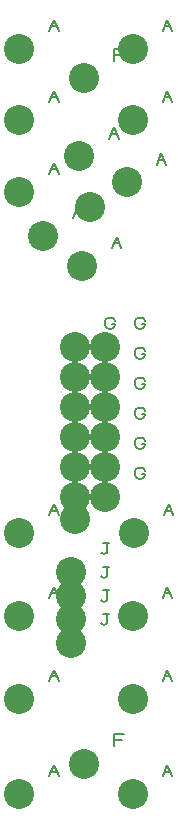
<source format=gbr>
G04 DesignSpark PCB PRO Gerber Version 10.0 Build 5299*
G04 #@! TF.Part,Single*
G04 #@! TF.FileFunction,Drillmap*
G04 #@! TF.FilePolarity,Positive*
%FSLAX35Y35*%
%MOIN*%
%ADD106C,0.00500*%
G04 #@! TA.AperFunction,ViaPad*
%ADD105C,0.10000*%
G04 #@! TD.AperFunction*
X0Y0D02*
D02*
D105*
X25841Y13636D03*
Y45526D03*
Y73085D03*
Y100644D03*
Y214423D03*
Y238439D03*
Y262061D03*
X33715Y199856D03*
X43163Y64030D03*
Y71904D03*
Y79778D03*
Y87652D03*
X44344Y105368D03*
X44581Y112848D03*
Y122848D03*
Y132848D03*
Y142848D03*
Y152848D03*
Y162848D03*
X45919Y226234D03*
X46707Y189719D03*
X47494Y23872D03*
Y252219D03*
X49463Y209305D03*
X54581Y112848D03*
Y122848D03*
Y132848D03*
Y142848D03*
Y152848D03*
Y162848D03*
X61667Y217573D03*
X63636Y13636D03*
Y45526D03*
Y73085D03*
Y238439D03*
Y262061D03*
X64030Y100644D03*
D02*
D106*
X35841Y19573D02*
X37403Y23323D01*
X38966Y19573D01*
X36466Y21136D02*
X38341D01*
X35841Y51463D02*
X37403Y55213D01*
X38966Y51463D01*
X36466Y53026D02*
X38341D01*
X35841Y79022D02*
X37403Y82772D01*
X38966Y79022D01*
X36466Y80585D02*
X38341D01*
X35841Y106581D02*
X37403Y110331D01*
X38966Y106581D01*
X36466Y108144D02*
X38341D01*
X35841Y220361D02*
X37403Y224111D01*
X38966Y220361D01*
X36466Y221923D02*
X38341D01*
X35841Y244376D02*
X37403Y248126D01*
X38966Y244376D01*
X36466Y245939D02*
X38341D01*
X35841Y267998D02*
X37403Y271748D01*
X38966Y267998D01*
X36466Y269561D02*
X38341D01*
X43715Y205794D02*
X45277Y209544D01*
X46840Y205794D01*
X44340Y207356D02*
X46215D01*
X53163Y70592D02*
X53476Y70280D01*
X54101Y69967D01*
X54726Y70280D01*
X55039Y70592D01*
Y73717D01*
X55663D01*
X55039D02*
X53789D01*
X53163Y78466D02*
X53476Y78154D01*
X54101Y77841D01*
X54726Y78154D01*
X55039Y78466D01*
Y81591D01*
X55663D01*
X55039D02*
X53789D01*
X53163Y86340D02*
X53476Y86028D01*
X54101Y85715D01*
X54726Y86028D01*
X55039Y86340D01*
Y89465D01*
X55663D01*
X55039D02*
X53789D01*
X53163Y94214D02*
X53476Y93902D01*
X54101Y93589D01*
X54726Y93902D01*
X55039Y94214D01*
Y97339D01*
X55663D01*
X55039D02*
X53789D01*
X54344Y111306D02*
X55907Y115056D01*
X57470Y111306D01*
X54970Y112868D02*
X56844D01*
X56768Y120348D02*
X57706D01*
Y120036D01*
X57393Y119411D01*
X57081Y119098D01*
X56456Y118786D01*
X55831D01*
X55206Y119098D01*
X54893Y119411D01*
X54581Y120036D01*
Y121286D01*
X54893Y121911D01*
X55206Y122224D01*
X55831Y122536D01*
X56456D01*
X57081Y122224D01*
X57393Y121911D01*
X57706Y121286D01*
X56768Y130348D02*
X57706D01*
Y130036D01*
X57393Y129411D01*
X57081Y129098D01*
X56456Y128786D01*
X55831D01*
X55206Y129098D01*
X54893Y129411D01*
X54581Y130036D01*
Y131286D01*
X54893Y131911D01*
X55206Y132224D01*
X55831Y132536D01*
X56456D01*
X57081Y132224D01*
X57393Y131911D01*
X57706Y131286D01*
X56768Y140348D02*
X57706D01*
Y140036D01*
X57393Y139411D01*
X57081Y139098D01*
X56456Y138786D01*
X55831D01*
X55206Y139098D01*
X54893Y139411D01*
X54581Y140036D01*
Y141286D01*
X54893Y141911D01*
X55206Y142224D01*
X55831Y142536D01*
X56456D01*
X57081Y142224D01*
X57393Y141911D01*
X57706Y141286D01*
X56768Y150348D02*
X57706D01*
Y150036D01*
X57393Y149411D01*
X57081Y149098D01*
X56456Y148786D01*
X55831D01*
X55206Y149098D01*
X54893Y149411D01*
X54581Y150036D01*
Y151286D01*
X54893Y151911D01*
X55206Y152224D01*
X55831Y152536D01*
X56456D01*
X57081Y152224D01*
X57393Y151911D01*
X57706Y151286D01*
X56768Y160348D02*
X57706D01*
Y160036D01*
X57393Y159411D01*
X57081Y159098D01*
X56456Y158786D01*
X55831D01*
X55206Y159098D01*
X54893Y159411D01*
X54581Y160036D01*
Y161286D01*
X54893Y161911D01*
X55206Y162224D01*
X55831Y162536D01*
X56456D01*
X57081Y162224D01*
X57393Y161911D01*
X57706Y161286D01*
X56768Y170348D02*
X57706D01*
Y170036D01*
X57393Y169411D01*
X57081Y169098D01*
X56456Y168786D01*
X55831D01*
X55206Y169098D01*
X54893Y169411D01*
X54581Y170036D01*
Y171286D01*
X54893Y171911D01*
X55206Y172224D01*
X55831Y172536D01*
X56456D01*
X57081Y172224D01*
X57393Y171911D01*
X57706Y171286D01*
X55919Y232172D02*
X57482Y235922D01*
X59044Y232172D01*
X56544Y233734D02*
X58419D01*
X56707Y195656D02*
X58269Y199406D01*
X59832Y195656D01*
X57332Y197219D02*
X59207D01*
X57494Y29809D02*
Y33559D01*
X60619D01*
X59994Y31685D02*
X57494D01*
Y258156D02*
Y261906D01*
X60619D01*
X59994Y260031D02*
X57494D01*
X59463Y215243D02*
X61025Y218993D01*
X62588Y215243D01*
X60088Y216805D02*
X61963D01*
X66768Y120348D02*
X67706D01*
Y120036D01*
X67393Y119411D01*
X67081Y119098D01*
X66456Y118786D01*
X65831D01*
X65206Y119098D01*
X64893Y119411D01*
X64581Y120036D01*
Y121286D01*
X64893Y121911D01*
X65206Y122224D01*
X65831Y122536D01*
X66456D01*
X67081Y122224D01*
X67393Y121911D01*
X67706Y121286D01*
X66768Y130348D02*
X67706D01*
Y130036D01*
X67393Y129411D01*
X67081Y129098D01*
X66456Y128786D01*
X65831D01*
X65206Y129098D01*
X64893Y129411D01*
X64581Y130036D01*
Y131286D01*
X64893Y131911D01*
X65206Y132224D01*
X65831Y132536D01*
X66456D01*
X67081Y132224D01*
X67393Y131911D01*
X67706Y131286D01*
X66768Y140348D02*
X67706D01*
Y140036D01*
X67393Y139411D01*
X67081Y139098D01*
X66456Y138786D01*
X65831D01*
X65206Y139098D01*
X64893Y139411D01*
X64581Y140036D01*
Y141286D01*
X64893Y141911D01*
X65206Y142224D01*
X65831Y142536D01*
X66456D01*
X67081Y142224D01*
X67393Y141911D01*
X67706Y141286D01*
X66768Y150348D02*
X67706D01*
Y150036D01*
X67393Y149411D01*
X67081Y149098D01*
X66456Y148786D01*
X65831D01*
X65206Y149098D01*
X64893Y149411D01*
X64581Y150036D01*
Y151286D01*
X64893Y151911D01*
X65206Y152224D01*
X65831Y152536D01*
X66456D01*
X67081Y152224D01*
X67393Y151911D01*
X67706Y151286D01*
X66768Y160348D02*
X67706D01*
Y160036D01*
X67393Y159411D01*
X67081Y159098D01*
X66456Y158786D01*
X65831D01*
X65206Y159098D01*
X64893Y159411D01*
X64581Y160036D01*
Y161286D01*
X64893Y161911D01*
X65206Y162224D01*
X65831Y162536D01*
X66456D01*
X67081Y162224D01*
X67393Y161911D01*
X67706Y161286D01*
X66768Y170348D02*
X67706D01*
Y170036D01*
X67393Y169411D01*
X67081Y169098D01*
X66456Y168786D01*
X65831D01*
X65206Y169098D01*
X64893Y169411D01*
X64581Y170036D01*
Y171286D01*
X64893Y171911D01*
X65206Y172224D01*
X65831Y172536D01*
X66456D01*
X67081Y172224D01*
X67393Y171911D01*
X67706Y171286D01*
X71667Y223510D02*
X73230Y227260D01*
X74793Y223510D01*
X72293Y225073D02*
X74167D01*
X73636Y19573D02*
X75198Y23323D01*
X76761Y19573D01*
X74261Y21136D02*
X76136D01*
X73636Y51463D02*
X75198Y55213D01*
X76761Y51463D01*
X74261Y53026D02*
X76136D01*
X73636Y79022D02*
X75198Y82772D01*
X76761Y79022D01*
X74261Y80585D02*
X76136D01*
X73636Y244376D02*
X75198Y248126D01*
X76761Y244376D01*
X74261Y245939D02*
X76136D01*
X73636Y267998D02*
X75198Y271748D01*
X76761Y267998D01*
X74261Y269561D02*
X76136D01*
X74030Y106581D02*
X75592Y110331D01*
X77155Y106581D01*
X74655Y108144D02*
X76530D01*
X0Y0D02*
M02*

</source>
